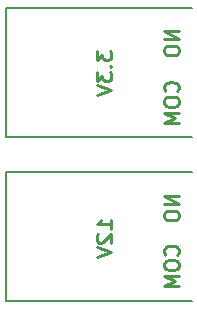
<source format=gbo>
%TF.GenerationSoftware,KiCad,Pcbnew,6.0.0+dfsg1-2*%
%TF.CreationDate,2022-03-14T17:52:30-05:00*%
%TF.ProjectId,remote64-controller,72656d6f-7465-4363-942d-636f6e74726f,rev?*%
%TF.SameCoordinates,Original*%
%TF.FileFunction,Legend,Bot*%
%TF.FilePolarity,Positive*%
%FSLAX46Y46*%
G04 Gerber Fmt 4.6, Leading zero omitted, Abs format (unit mm)*
G04 Created by KiCad (PCBNEW 6.0.0+dfsg1-2) date 2022-03-14 17:52:30*
%MOMM*%
%LPD*%
G01*
G04 APERTURE LIST*
%ADD10C,0.150000*%
%ADD11C,0.250000*%
%ADD12O,1.700000X1.700000*%
%ADD13R,1.700000X1.700000*%
%ADD14R,1.600000X1.600000*%
%ADD15O,1.600000X1.600000*%
%ADD16C,1.600000*%
%ADD17R,2.600000X2.600000*%
%ADD18C,2.600000*%
%ADD19C,1.700000*%
%ADD20C,3.500000*%
%ADD21R,2.200000X2.200000*%
%ADD22O,2.200000X2.200000*%
%ADD23C,2.500000*%
%ADD24C,2.000000*%
%ADD25R,1.500000X1.050000*%
%ADD26O,1.500000X1.050000*%
G04 APERTURE END LIST*
D10*
X93853000Y-134874000D02*
X109601000Y-134874000D01*
X93853000Y-145796000D02*
X93853000Y-134874000D01*
X93853000Y-131953000D02*
X93853000Y-121031000D01*
X109601000Y-145796000D02*
X93853000Y-145796000D01*
X109601000Y-131953000D02*
X93853000Y-131953000D01*
X93853000Y-121031000D02*
X109601000Y-121031000D01*
D11*
X108396428Y-128049857D02*
X108455952Y-127990333D01*
X108515476Y-127811761D01*
X108515476Y-127692714D01*
X108455952Y-127514142D01*
X108336904Y-127395095D01*
X108217857Y-127335571D01*
X107979761Y-127276047D01*
X107801190Y-127276047D01*
X107563095Y-127335571D01*
X107444047Y-127395095D01*
X107325000Y-127514142D01*
X107265476Y-127692714D01*
X107265476Y-127811761D01*
X107325000Y-127990333D01*
X107384523Y-128049857D01*
X107265476Y-128823666D02*
X107265476Y-129061761D01*
X107325000Y-129180809D01*
X107444047Y-129299857D01*
X107682142Y-129359380D01*
X108098809Y-129359380D01*
X108336904Y-129299857D01*
X108455952Y-129180809D01*
X108515476Y-129061761D01*
X108515476Y-128823666D01*
X108455952Y-128704619D01*
X108336904Y-128585571D01*
X108098809Y-128526047D01*
X107682142Y-128526047D01*
X107444047Y-128585571D01*
X107325000Y-128704619D01*
X107265476Y-128823666D01*
X108515476Y-129895095D02*
X107265476Y-129895095D01*
X108158333Y-130311761D01*
X107265476Y-130728428D01*
X108515476Y-130728428D01*
X108396428Y-141892857D02*
X108455952Y-141833333D01*
X108515476Y-141654761D01*
X108515476Y-141535714D01*
X108455952Y-141357142D01*
X108336904Y-141238095D01*
X108217857Y-141178571D01*
X107979761Y-141119047D01*
X107801190Y-141119047D01*
X107563095Y-141178571D01*
X107444047Y-141238095D01*
X107325000Y-141357142D01*
X107265476Y-141535714D01*
X107265476Y-141654761D01*
X107325000Y-141833333D01*
X107384523Y-141892857D01*
X107265476Y-142666666D02*
X107265476Y-142904761D01*
X107325000Y-143023809D01*
X107444047Y-143142857D01*
X107682142Y-143202380D01*
X108098809Y-143202380D01*
X108336904Y-143142857D01*
X108455952Y-143023809D01*
X108515476Y-142904761D01*
X108515476Y-142666666D01*
X108455952Y-142547619D01*
X108336904Y-142428571D01*
X108098809Y-142369047D01*
X107682142Y-142369047D01*
X107444047Y-142428571D01*
X107325000Y-142547619D01*
X107265476Y-142666666D01*
X108515476Y-143738095D02*
X107265476Y-143738095D01*
X108158333Y-144154761D01*
X107265476Y-144571428D01*
X108515476Y-144571428D01*
X102800476Y-139688190D02*
X102800476Y-138973904D01*
X102800476Y-139331047D02*
X101550476Y-139331047D01*
X101729047Y-139212000D01*
X101848095Y-139092952D01*
X101907619Y-138973904D01*
X101669523Y-140164380D02*
X101610000Y-140223904D01*
X101550476Y-140342952D01*
X101550476Y-140640571D01*
X101610000Y-140759619D01*
X101669523Y-140819142D01*
X101788571Y-140878666D01*
X101907619Y-140878666D01*
X102086190Y-140819142D01*
X102800476Y-140104857D01*
X102800476Y-140878666D01*
X101550476Y-141235809D02*
X102800476Y-141652476D01*
X101550476Y-142069142D01*
X101550476Y-124646761D02*
X101550476Y-125420571D01*
X102026666Y-125003904D01*
X102026666Y-125182476D01*
X102086190Y-125301523D01*
X102145714Y-125361047D01*
X102264761Y-125420571D01*
X102562380Y-125420571D01*
X102681428Y-125361047D01*
X102740952Y-125301523D01*
X102800476Y-125182476D01*
X102800476Y-124825333D01*
X102740952Y-124706285D01*
X102681428Y-124646761D01*
X102681428Y-125956285D02*
X102740952Y-126015809D01*
X102800476Y-125956285D01*
X102740952Y-125896761D01*
X102681428Y-125956285D01*
X102800476Y-125956285D01*
X101550476Y-126432476D02*
X101550476Y-127206285D01*
X102026666Y-126789619D01*
X102026666Y-126968190D01*
X102086190Y-127087238D01*
X102145714Y-127146761D01*
X102264761Y-127206285D01*
X102562380Y-127206285D01*
X102681428Y-127146761D01*
X102740952Y-127087238D01*
X102800476Y-126968190D01*
X102800476Y-126611047D01*
X102740952Y-126492000D01*
X102681428Y-126432476D01*
X101550476Y-127563428D02*
X102800476Y-127980095D01*
X101550476Y-128396761D01*
X108515476Y-122940095D02*
X107265476Y-122940095D01*
X108515476Y-123654380D01*
X107265476Y-123654380D01*
X107265476Y-124487714D02*
X107265476Y-124725809D01*
X107325000Y-124844857D01*
X107444047Y-124963904D01*
X107682142Y-125023428D01*
X108098809Y-125023428D01*
X108336904Y-124963904D01*
X108455952Y-124844857D01*
X108515476Y-124725809D01*
X108515476Y-124487714D01*
X108455952Y-124368666D01*
X108336904Y-124249619D01*
X108098809Y-124190095D01*
X107682142Y-124190095D01*
X107444047Y-124249619D01*
X107325000Y-124368666D01*
X107265476Y-124487714D01*
X108515476Y-136910095D02*
X107265476Y-136910095D01*
X108515476Y-137624380D01*
X107265476Y-137624380D01*
X107265476Y-138457714D02*
X107265476Y-138695809D01*
X107325000Y-138814857D01*
X107444047Y-138933904D01*
X107682142Y-138993428D01*
X108098809Y-138993428D01*
X108336904Y-138933904D01*
X108455952Y-138814857D01*
X108515476Y-138695809D01*
X108515476Y-138457714D01*
X108455952Y-138338666D01*
X108336904Y-138219619D01*
X108098809Y-138160095D01*
X107682142Y-138160095D01*
X107444047Y-138219619D01*
X107325000Y-138338666D01*
X107265476Y-138457714D01*
%LPC*%
D12*
%TO.C,J3*%
X69977000Y-102870000D03*
X69977000Y-105410000D03*
X69977000Y-107950000D03*
X69977000Y-110490000D03*
X69977000Y-113030000D03*
D13*
X69977000Y-115570000D03*
%TD*%
D14*
%TO.C,U2*%
X88900000Y-115570000D03*
D15*
X88900000Y-113030000D03*
X88900000Y-110490000D03*
X88900000Y-107950000D03*
X88900000Y-105410000D03*
X88900000Y-102870000D03*
X88900000Y-100330000D03*
X88900000Y-97790000D03*
X88900000Y-95250000D03*
X88900000Y-92710000D03*
X88900000Y-90170000D03*
X88900000Y-87630000D03*
X88900000Y-85090000D03*
X88900000Y-82550000D03*
X88900000Y-80010000D03*
X88900000Y-77470000D03*
X88900000Y-74930000D03*
X88900000Y-72390000D03*
X88900000Y-69850000D03*
X88900000Y-67310000D03*
X73660000Y-67310000D03*
X73660000Y-69850000D03*
X73660000Y-72390000D03*
X73660000Y-74930000D03*
X73660000Y-77470000D03*
X73660000Y-80010000D03*
X73660000Y-82550000D03*
X73660000Y-85090000D03*
X73660000Y-87630000D03*
X73660000Y-90170000D03*
X73660000Y-92710000D03*
X73660000Y-95250000D03*
X73660000Y-97790000D03*
X73660000Y-100330000D03*
X73660000Y-102870000D03*
X73660000Y-105410000D03*
X73660000Y-107950000D03*
X73660000Y-110490000D03*
X73660000Y-113030000D03*
X73660000Y-115570000D03*
%TD*%
D16*
%TO.C,C2*%
X70358000Y-92750000D03*
X70358000Y-95250000D03*
%TD*%
D17*
%TO.C,J4*%
X105029000Y-142922000D03*
D18*
X105029000Y-137922000D03*
%TD*%
D13*
%TO.C,J5*%
X69977000Y-82550000D03*
D12*
X69977000Y-80010000D03*
X69977000Y-77470000D03*
X69977000Y-74930000D03*
X69977000Y-72390000D03*
%TD*%
D16*
%TO.C,C3*%
X92964000Y-86701000D03*
X92964000Y-84201000D03*
%TD*%
D13*
%TO.C,J1*%
X97937000Y-80110500D03*
D19*
X100437000Y-80110500D03*
X100437000Y-78110500D03*
X97937000Y-78110500D03*
D20*
X105207000Y-75400500D03*
X93167000Y-75400500D03*
%TD*%
D16*
%TO.C,R3*%
X67691000Y-135255000D03*
D15*
X67691000Y-145415000D03*
%TD*%
D17*
%TO.C,J2*%
X105029000Y-128992000D03*
D18*
X105029000Y-123992000D03*
%TD*%
D21*
%TO.C,D1*%
X78867000Y-121412000D03*
D22*
X78867000Y-131572000D03*
%TD*%
D23*
%TO.C,K1*%
X95504000Y-130302000D03*
X98044000Y-122682000D03*
X82804000Y-122682000D03*
X82804000Y-130302000D03*
%TD*%
D14*
%TO.C,U1*%
X96774000Y-84201000D03*
D15*
X96774000Y-86741000D03*
X96774000Y-89281000D03*
X96774000Y-91821000D03*
X96774000Y-94361000D03*
X96774000Y-96901000D03*
X96774000Y-99441000D03*
X104394000Y-99441000D03*
X104394000Y-96901000D03*
X104394000Y-94361000D03*
X104394000Y-91821000D03*
X104394000Y-89281000D03*
X104394000Y-86741000D03*
X104394000Y-84201000D03*
%TD*%
D23*
%TO.C,K2*%
X95504000Y-144145000D03*
X98044000Y-136525000D03*
X82804000Y-136525000D03*
X82804000Y-144145000D03*
%TD*%
D21*
%TO.C,D2*%
X78867000Y-135255000D03*
D22*
X78867000Y-145415000D03*
%TD*%
D24*
%TO.C,SW1*%
X97464000Y-111506000D03*
X97464000Y-105006000D03*
X92964000Y-111506000D03*
X92964000Y-105006000D03*
%TD*%
D25*
%TO.C,Q2*%
X72771000Y-139065000D03*
D26*
X72771000Y-140335000D03*
X72771000Y-141605000D03*
%TD*%
D16*
%TO.C,C1*%
X107188000Y-84201000D03*
X107188000Y-86701000D03*
%TD*%
%TO.C,R2*%
X92964000Y-90170000D03*
D15*
X92964000Y-100330000D03*
%TD*%
D25*
%TO.C,Q1*%
X72771000Y-125222000D03*
D26*
X72771000Y-126492000D03*
X72771000Y-127762000D03*
%TD*%
D16*
%TO.C,R1*%
X67691000Y-121412000D03*
D15*
X67691000Y-131572000D03*
%TD*%
M02*

</source>
